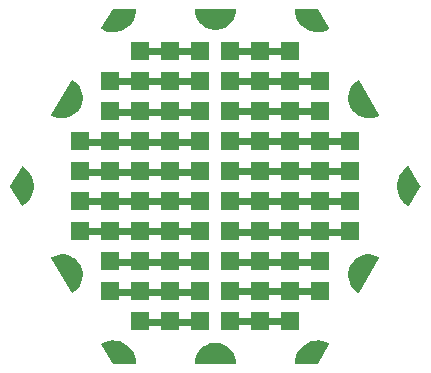
<source format=gbr>
G04 EAGLE Gerber RS-274X export*
G75*
%MOMM*%
%FSLAX34Y34*%
%LPD*%
%INBottom Copper*%
%IPPOS*%
%AMOC8*
5,1,8,0,0,1.08239X$1,22.5*%
G01*
%ADD10C,1.000000*%
%ADD11R,1.600000X1.600000*%
%ADD12C,0.609600*%

G36*
X363231Y195709D02*
X363231Y195709D01*
X363260Y195706D01*
X363327Y195728D01*
X363397Y195742D01*
X363421Y195759D01*
X363449Y195768D01*
X363502Y195815D01*
X363561Y195855D01*
X363577Y195879D01*
X363599Y195899D01*
X363630Y195963D01*
X363668Y196022D01*
X363673Y196051D01*
X363685Y196077D01*
X363694Y196177D01*
X363701Y196219D01*
X363698Y196229D01*
X363700Y196243D01*
X363468Y199041D01*
X363458Y199075D01*
X363454Y199123D01*
X362765Y201844D01*
X362750Y201876D01*
X362738Y201922D01*
X361610Y204494D01*
X361590Y204522D01*
X361571Y204566D01*
X360035Y206917D01*
X360011Y206941D01*
X359985Y206982D01*
X358083Y209047D01*
X358055Y209068D01*
X358022Y209103D01*
X355807Y210828D01*
X355776Y210843D01*
X355738Y210873D01*
X353268Y212209D01*
X353235Y212219D01*
X353193Y212242D01*
X352007Y212650D01*
X350553Y213149D01*
X350537Y213154D01*
X350503Y213159D01*
X350457Y213174D01*
X347688Y213636D01*
X347653Y213635D01*
X347606Y213643D01*
X344798Y213643D01*
X344764Y213636D01*
X344716Y213636D01*
X341947Y213174D01*
X341914Y213162D01*
X341867Y213154D01*
X339211Y212242D01*
X339181Y212225D01*
X339136Y212209D01*
X336666Y210873D01*
X336640Y210851D01*
X336597Y210828D01*
X334382Y209103D01*
X334359Y209077D01*
X334321Y209047D01*
X332419Y206982D01*
X332401Y206952D01*
X332369Y206917D01*
X330833Y204566D01*
X330820Y204534D01*
X330794Y204494D01*
X329666Y201922D01*
X329659Y201889D01*
X329656Y201882D01*
X329650Y201873D01*
X329649Y201867D01*
X329639Y201844D01*
X328950Y199123D01*
X328948Y199088D01*
X328936Y199041D01*
X328704Y196243D01*
X328708Y196214D01*
X328703Y196185D01*
X328720Y196116D01*
X328728Y196046D01*
X328742Y196020D01*
X328749Y195992D01*
X328791Y195935D01*
X328826Y195873D01*
X328850Y195855D01*
X328867Y195832D01*
X328928Y195796D01*
X328985Y195753D01*
X329013Y195745D01*
X329038Y195730D01*
X329136Y195714D01*
X329177Y195703D01*
X329188Y195705D01*
X329202Y195703D01*
X363202Y195703D01*
X363231Y195709D01*
G37*
G36*
X347640Y478768D02*
X347640Y478768D01*
X347688Y478768D01*
X350457Y479230D01*
X350490Y479242D01*
X350537Y479250D01*
X353193Y480162D01*
X353223Y480179D01*
X353268Y480195D01*
X355738Y481531D01*
X355764Y481553D01*
X355807Y481576D01*
X358022Y483301D01*
X358045Y483327D01*
X358083Y483357D01*
X359985Y485422D01*
X360003Y485452D01*
X360035Y485487D01*
X361571Y487838D01*
X361584Y487870D01*
X361610Y487910D01*
X362738Y490482D01*
X362745Y490515D01*
X362765Y490560D01*
X363454Y493281D01*
X363456Y493316D01*
X363468Y493363D01*
X363700Y496161D01*
X363696Y496190D01*
X363701Y496219D01*
X363685Y496288D01*
X363676Y496358D01*
X363662Y496384D01*
X363655Y496412D01*
X363613Y496469D01*
X363578Y496531D01*
X363554Y496549D01*
X363537Y496572D01*
X363476Y496608D01*
X363419Y496651D01*
X363391Y496659D01*
X363366Y496674D01*
X363268Y496690D01*
X363227Y496701D01*
X363216Y496699D01*
X363202Y496701D01*
X329202Y496701D01*
X329173Y496695D01*
X329144Y496698D01*
X329077Y496676D01*
X329007Y496662D01*
X328983Y496645D01*
X328955Y496636D01*
X328902Y496589D01*
X328843Y496549D01*
X328828Y496525D01*
X328806Y496505D01*
X328774Y496441D01*
X328736Y496382D01*
X328731Y496353D01*
X328719Y496327D01*
X328710Y496227D01*
X328703Y496185D01*
X328706Y496175D01*
X328704Y496161D01*
X328936Y493363D01*
X328946Y493329D01*
X328950Y493281D01*
X329639Y490560D01*
X329654Y490528D01*
X329666Y490482D01*
X330794Y487910D01*
X330814Y487882D01*
X330833Y487838D01*
X332369Y485487D01*
X332393Y485463D01*
X332419Y485422D01*
X334321Y483357D01*
X334349Y483336D01*
X334382Y483301D01*
X336597Y481576D01*
X336628Y481561D01*
X336666Y481531D01*
X339136Y480195D01*
X339169Y480185D01*
X339211Y480162D01*
X341867Y479250D01*
X341901Y479246D01*
X341947Y479230D01*
X344716Y478768D01*
X344751Y478769D01*
X344798Y478761D01*
X347606Y478761D01*
X347640Y478768D01*
G37*
G36*
X224809Y256012D02*
X224809Y256012D01*
X224880Y256009D01*
X224907Y256019D01*
X224936Y256021D01*
X225026Y256063D01*
X225066Y256078D01*
X225074Y256086D01*
X225087Y256092D01*
X227390Y257691D01*
X227414Y257717D01*
X227454Y257744D01*
X229463Y259701D01*
X229482Y259730D01*
X229517Y259763D01*
X231176Y262024D01*
X231191Y262055D01*
X231220Y262094D01*
X232484Y264597D01*
X232493Y264631D01*
X232515Y264674D01*
X233351Y267351D01*
X233354Y267385D01*
X233369Y267431D01*
X233752Y270210D01*
X233750Y270244D01*
X233756Y270292D01*
X233677Y273095D01*
X233669Y273129D01*
X233668Y273177D01*
X233129Y275929D01*
X233115Y275961D01*
X233106Y276009D01*
X232121Y278634D01*
X232106Y278659D01*
X232101Y278679D01*
X232093Y278690D01*
X232086Y278709D01*
X230682Y281137D01*
X230659Y281163D01*
X230635Y281205D01*
X228851Y283368D01*
X228824Y283390D01*
X228793Y283427D01*
X226677Y285268D01*
X226647Y285285D01*
X226611Y285317D01*
X224220Y286784D01*
X224188Y286795D01*
X224147Y286821D01*
X221548Y287874D01*
X221514Y287881D01*
X221469Y287899D01*
X218732Y288510D01*
X218697Y288511D01*
X218650Y288522D01*
X215850Y288674D01*
X215816Y288669D01*
X215768Y288672D01*
X212980Y288362D01*
X212947Y288351D01*
X212899Y288346D01*
X210201Y287581D01*
X210171Y287565D01*
X210124Y287552D01*
X207589Y286353D01*
X207565Y286336D01*
X207538Y286326D01*
X207486Y286277D01*
X207429Y286234D01*
X207415Y286209D01*
X207394Y286189D01*
X207365Y286124D01*
X207329Y286063D01*
X207326Y286034D01*
X207314Y286007D01*
X207313Y285936D01*
X207304Y285865D01*
X207312Y285837D01*
X207312Y285808D01*
X207346Y285715D01*
X207358Y285674D01*
X207365Y285665D01*
X207370Y285652D01*
X224370Y256252D01*
X224389Y256230D01*
X224402Y256204D01*
X224455Y256156D01*
X224502Y256103D01*
X224528Y256091D01*
X224550Y256071D01*
X224617Y256048D01*
X224681Y256018D01*
X224710Y256016D01*
X224738Y256007D01*
X224809Y256012D01*
G37*
G36*
X476588Y403735D02*
X476588Y403735D01*
X476636Y403732D01*
X479424Y404042D01*
X479457Y404053D01*
X479505Y404058D01*
X482203Y404823D01*
X482233Y404839D01*
X482280Y404852D01*
X484815Y406051D01*
X484839Y406068D01*
X484866Y406078D01*
X484918Y406127D01*
X484975Y406170D01*
X484989Y406195D01*
X485011Y406215D01*
X485039Y406280D01*
X485075Y406342D01*
X485078Y406370D01*
X485090Y406397D01*
X485091Y406468D01*
X485100Y406539D01*
X485092Y406567D01*
X485092Y406596D01*
X485058Y406689D01*
X485046Y406730D01*
X485039Y406739D01*
X485034Y406752D01*
X468034Y436152D01*
X468015Y436174D01*
X468002Y436200D01*
X467949Y436248D01*
X467902Y436301D01*
X467876Y436313D01*
X467854Y436333D01*
X467787Y436356D01*
X467723Y436386D01*
X467694Y436388D01*
X467666Y436397D01*
X467595Y436392D01*
X467524Y436395D01*
X467497Y436385D01*
X467468Y436383D01*
X467378Y436341D01*
X467338Y436326D01*
X467330Y436318D01*
X467317Y436312D01*
X465014Y434713D01*
X464990Y434688D01*
X464950Y434660D01*
X462941Y432703D01*
X462922Y432674D01*
X462887Y432641D01*
X461228Y430380D01*
X461213Y430349D01*
X461184Y430310D01*
X459920Y427807D01*
X459911Y427773D01*
X459889Y427730D01*
X459053Y425053D01*
X459050Y425019D01*
X459035Y424973D01*
X458652Y422194D01*
X458654Y422160D01*
X458648Y422112D01*
X458727Y419309D01*
X458735Y419275D01*
X458736Y419227D01*
X459275Y416475D01*
X459289Y416443D01*
X459298Y416395D01*
X460283Y413770D01*
X460301Y413740D01*
X460318Y413695D01*
X461722Y411267D01*
X461745Y411241D01*
X461769Y411200D01*
X463553Y409036D01*
X463580Y409014D01*
X463611Y408977D01*
X465727Y407136D01*
X465757Y407119D01*
X465793Y407088D01*
X468184Y405620D01*
X468216Y405609D01*
X468257Y405583D01*
X470856Y404530D01*
X470890Y404523D01*
X470935Y404505D01*
X473672Y403894D01*
X473707Y403893D01*
X473754Y403882D01*
X476554Y403730D01*
X476588Y403735D01*
G37*
G36*
X467628Y256013D02*
X467628Y256013D01*
X467699Y256012D01*
X467726Y256023D01*
X467755Y256027D01*
X467817Y256061D01*
X467882Y256089D01*
X467903Y256110D01*
X467928Y256124D01*
X467991Y256200D01*
X468021Y256231D01*
X468025Y256241D01*
X468034Y256252D01*
X485034Y285652D01*
X485043Y285680D01*
X485060Y285704D01*
X485075Y285773D01*
X485097Y285841D01*
X485095Y285870D01*
X485101Y285898D01*
X485088Y285968D01*
X485082Y286039D01*
X485069Y286065D01*
X485063Y286093D01*
X485023Y286152D01*
X484991Y286215D01*
X484968Y286234D01*
X484952Y286258D01*
X484870Y286315D01*
X484837Y286342D01*
X484827Y286345D01*
X484815Y286353D01*
X482280Y287552D01*
X482246Y287560D01*
X482203Y287581D01*
X479505Y288346D01*
X479470Y288348D01*
X479424Y288362D01*
X476636Y288672D01*
X476602Y288669D01*
X476554Y288674D01*
X473754Y288522D01*
X473720Y288513D01*
X473672Y288510D01*
X470935Y287899D01*
X470903Y287885D01*
X470856Y287874D01*
X468257Y286821D01*
X468228Y286802D01*
X468184Y286784D01*
X465793Y285317D01*
X465768Y285293D01*
X465727Y285268D01*
X463611Y283427D01*
X463590Y283400D01*
X463553Y283368D01*
X461769Y281205D01*
X461753Y281174D01*
X461722Y281137D01*
X460318Y278709D01*
X460307Y278676D01*
X460300Y278663D01*
X460290Y278649D01*
X460290Y278646D01*
X460283Y278634D01*
X459298Y276009D01*
X459292Y275974D01*
X459275Y275929D01*
X458736Y273177D01*
X458736Y273143D01*
X458727Y273095D01*
X458648Y270292D01*
X458654Y270258D01*
X458652Y270210D01*
X459035Y267431D01*
X459047Y267399D01*
X459053Y267351D01*
X459889Y264674D01*
X459906Y264643D01*
X459920Y264597D01*
X461184Y262094D01*
X461206Y262067D01*
X461228Y262024D01*
X462887Y259763D01*
X462913Y259740D01*
X462941Y259701D01*
X464950Y257744D01*
X464979Y257725D01*
X465014Y257691D01*
X467317Y256092D01*
X467344Y256080D01*
X467367Y256062D01*
X467435Y256041D01*
X467500Y256013D01*
X467529Y256013D01*
X467557Y256005D01*
X467628Y256013D01*
G37*
G36*
X218650Y403882D02*
X218650Y403882D01*
X218684Y403891D01*
X218732Y403894D01*
X221469Y404505D01*
X221501Y404519D01*
X221548Y404530D01*
X224147Y405583D01*
X224176Y405602D01*
X224220Y405620D01*
X226611Y407088D01*
X226636Y407111D01*
X226677Y407136D01*
X228793Y408977D01*
X228814Y409004D01*
X228851Y409036D01*
X230635Y411200D01*
X230651Y411230D01*
X230682Y411267D01*
X232086Y413695D01*
X232097Y413728D01*
X232121Y413770D01*
X233106Y416395D01*
X233112Y416430D01*
X233129Y416475D01*
X233668Y419227D01*
X233668Y419262D01*
X233677Y419309D01*
X233756Y422112D01*
X233751Y422146D01*
X233752Y422194D01*
X233369Y424973D01*
X233357Y425005D01*
X233351Y425053D01*
X232515Y427730D01*
X232498Y427761D01*
X232484Y427807D01*
X231220Y430310D01*
X231198Y430337D01*
X231176Y430380D01*
X229517Y432641D01*
X229491Y432664D01*
X229463Y432703D01*
X227454Y434660D01*
X227425Y434679D01*
X227390Y434713D01*
X225087Y436312D01*
X225060Y436324D01*
X225037Y436342D01*
X224969Y436363D01*
X224904Y436391D01*
X224875Y436391D01*
X224847Y436399D01*
X224776Y436391D01*
X224705Y436392D01*
X224678Y436381D01*
X224649Y436377D01*
X224587Y436343D01*
X224522Y436315D01*
X224501Y436294D01*
X224476Y436280D01*
X224413Y436204D01*
X224383Y436173D01*
X224379Y436163D01*
X224370Y436152D01*
X207370Y406752D01*
X207361Y406724D01*
X207344Y406700D01*
X207329Y406631D01*
X207307Y406563D01*
X207309Y406534D01*
X207303Y406506D01*
X207316Y406436D01*
X207322Y406365D01*
X207335Y406339D01*
X207341Y406311D01*
X207381Y406252D01*
X207413Y406189D01*
X207436Y406170D01*
X207452Y406146D01*
X207534Y406089D01*
X207567Y406062D01*
X207577Y406059D01*
X207589Y406051D01*
X210124Y404852D01*
X210158Y404844D01*
X210201Y404823D01*
X212899Y404058D01*
X212934Y404056D01*
X212980Y404042D01*
X215768Y403732D01*
X215802Y403735D01*
X215850Y403730D01*
X218650Y403882D01*
G37*
G36*
X509929Y329213D02*
X509929Y329213D01*
X510000Y329213D01*
X510027Y329224D01*
X510056Y329227D01*
X510118Y329262D01*
X510183Y329290D01*
X510204Y329310D01*
X510229Y329325D01*
X510292Y329402D01*
X510322Y329432D01*
X510326Y329442D01*
X510335Y329453D01*
X519835Y345953D01*
X519845Y345985D01*
X519854Y345998D01*
X519858Y346022D01*
X519859Y346026D01*
X519890Y346096D01*
X519890Y346120D01*
X519898Y346142D01*
X519892Y346218D01*
X519893Y346295D01*
X519883Y346319D01*
X519882Y346340D01*
X519861Y346379D01*
X519835Y346451D01*
X510335Y362951D01*
X510316Y362973D01*
X510303Y362999D01*
X510250Y363047D01*
X510203Y363100D01*
X510177Y363113D01*
X510156Y363132D01*
X510088Y363155D01*
X510024Y363186D01*
X509995Y363188D01*
X509968Y363197D01*
X509896Y363192D01*
X509825Y363195D01*
X509798Y363185D01*
X509769Y363183D01*
X509679Y363141D01*
X509639Y363126D01*
X509631Y363119D01*
X509618Y363113D01*
X507095Y361371D01*
X507071Y361347D01*
X507033Y361320D01*
X504821Y359196D01*
X504802Y359168D01*
X504768Y359136D01*
X502926Y356685D01*
X502912Y356654D01*
X502883Y356617D01*
X501458Y353902D01*
X501449Y353871D01*
X501433Y353846D01*
X501432Y353838D01*
X501427Y353828D01*
X500456Y350920D01*
X500452Y350886D01*
X500437Y350842D01*
X499945Y347815D01*
X499946Y347781D01*
X499938Y347735D01*
X499938Y344669D01*
X499939Y344665D01*
X499939Y344663D01*
X499945Y344636D01*
X499945Y344589D01*
X500437Y341562D01*
X500449Y341531D01*
X500456Y341484D01*
X501427Y338576D01*
X501444Y338547D01*
X501458Y338502D01*
X502883Y335787D01*
X502905Y335761D01*
X502926Y335719D01*
X504768Y333268D01*
X504793Y333245D01*
X504821Y333208D01*
X507033Y331084D01*
X507061Y331066D01*
X507095Y331033D01*
X509618Y329291D01*
X509645Y329280D01*
X509667Y329261D01*
X509736Y329241D01*
X509801Y329213D01*
X509830Y329213D01*
X509858Y329205D01*
X509929Y329213D01*
G37*
G36*
X182508Y329212D02*
X182508Y329212D01*
X182579Y329209D01*
X182606Y329219D01*
X182635Y329221D01*
X182725Y329263D01*
X182765Y329278D01*
X182773Y329285D01*
X182786Y329291D01*
X185309Y331033D01*
X185333Y331057D01*
X185371Y331084D01*
X187583Y333208D01*
X187602Y333236D01*
X187636Y333268D01*
X189478Y335719D01*
X189492Y335750D01*
X189521Y335787D01*
X190946Y338502D01*
X190955Y338535D01*
X190977Y338576D01*
X191948Y341484D01*
X191952Y341518D01*
X191967Y341562D01*
X192459Y344589D01*
X192458Y344623D01*
X192466Y344669D01*
X192466Y347735D01*
X192459Y347768D01*
X192459Y347815D01*
X191967Y350842D01*
X191955Y350873D01*
X191948Y350920D01*
X190977Y353828D01*
X190964Y353851D01*
X190958Y353876D01*
X190951Y353885D01*
X190946Y353902D01*
X189521Y356617D01*
X189499Y356643D01*
X189478Y356685D01*
X187636Y359136D01*
X187611Y359159D01*
X187583Y359196D01*
X185371Y361320D01*
X185343Y361338D01*
X185309Y361371D01*
X182786Y363113D01*
X182759Y363124D01*
X182737Y363143D01*
X182668Y363163D01*
X182603Y363191D01*
X182574Y363191D01*
X182546Y363199D01*
X182475Y363191D01*
X182404Y363192D01*
X182377Y363180D01*
X182348Y363177D01*
X182286Y363142D01*
X182221Y363114D01*
X182200Y363094D01*
X182175Y363079D01*
X182112Y363002D01*
X182082Y362972D01*
X182078Y362962D01*
X182069Y362951D01*
X172569Y346451D01*
X172545Y346378D01*
X172514Y346308D01*
X172514Y346284D01*
X172506Y346262D01*
X172513Y346186D01*
X172512Y346109D01*
X172521Y346085D01*
X172522Y346064D01*
X172543Y346025D01*
X172562Y345973D01*
X172563Y345967D01*
X172565Y345965D01*
X172569Y345953D01*
X182069Y329453D01*
X182088Y329431D01*
X182101Y329405D01*
X182154Y329357D01*
X182201Y329304D01*
X182227Y329291D01*
X182249Y329272D01*
X182316Y329249D01*
X182380Y329218D01*
X182409Y329217D01*
X182436Y329207D01*
X182508Y329212D01*
G37*
G36*
X432878Y195718D02*
X432878Y195718D01*
X432956Y195727D01*
X432975Y195738D01*
X432997Y195742D01*
X433061Y195786D01*
X433129Y195825D01*
X433145Y195844D01*
X433161Y195855D01*
X433185Y195893D01*
X433235Y195953D01*
X442735Y212453D01*
X442744Y212480D01*
X442760Y212504D01*
X442775Y212574D01*
X442798Y212642D01*
X442795Y212670D01*
X442801Y212698D01*
X442788Y212769D01*
X442782Y212840D01*
X442769Y212865D01*
X442763Y212893D01*
X442723Y212953D01*
X442690Y213016D01*
X442668Y213034D01*
X442652Y213058D01*
X442569Y213116D01*
X442537Y213143D01*
X442526Y213146D01*
X442516Y213153D01*
X439750Y214462D01*
X439717Y214470D01*
X439674Y214490D01*
X436734Y215338D01*
X436700Y215341D01*
X436656Y215354D01*
X433618Y215719D01*
X433584Y215716D01*
X433537Y215722D01*
X430480Y215595D01*
X430447Y215587D01*
X430400Y215586D01*
X427403Y214970D01*
X427372Y214957D01*
X427326Y214948D01*
X424466Y213859D01*
X424438Y213841D01*
X424394Y213825D01*
X421746Y212291D01*
X421720Y212269D01*
X421680Y212246D01*
X419312Y210308D01*
X419290Y210281D01*
X419254Y210252D01*
X417227Y207959D01*
X417211Y207930D01*
X417179Y207895D01*
X415547Y205307D01*
X415535Y205275D01*
X415510Y205236D01*
X414314Y202419D01*
X414307Y202386D01*
X414304Y202379D01*
X414300Y202373D01*
X414299Y202367D01*
X414288Y202343D01*
X413560Y199371D01*
X413558Y199337D01*
X413547Y199292D01*
X413304Y196242D01*
X413308Y196213D01*
X413303Y196185D01*
X413320Y196116D01*
X413328Y196044D01*
X413343Y196020D01*
X413349Y195992D01*
X413392Y195934D01*
X413428Y195872D01*
X413450Y195855D01*
X413467Y195832D01*
X413529Y195795D01*
X413586Y195752D01*
X413614Y195745D01*
X413638Y195730D01*
X413738Y195714D01*
X413779Y195703D01*
X413789Y195705D01*
X413802Y195703D01*
X432802Y195703D01*
X432878Y195718D01*
G37*
G36*
X433571Y476687D02*
X433571Y476687D01*
X433618Y476685D01*
X436656Y477050D01*
X436688Y477061D01*
X436734Y477066D01*
X439674Y477914D01*
X439704Y477930D01*
X439750Y477942D01*
X442516Y479251D01*
X442538Y479268D01*
X442565Y479278D01*
X442617Y479327D01*
X442675Y479370D01*
X442689Y479395D01*
X442710Y479414D01*
X442739Y479480D01*
X442775Y479542D01*
X442778Y479570D01*
X442790Y479596D01*
X442791Y479668D01*
X442800Y479739D01*
X442792Y479766D01*
X442793Y479795D01*
X442757Y479890D01*
X442746Y479930D01*
X442739Y479939D01*
X442735Y479951D01*
X433235Y496451D01*
X433183Y496510D01*
X433137Y496572D01*
X433118Y496583D01*
X433103Y496600D01*
X433033Y496634D01*
X432966Y496674D01*
X432942Y496678D01*
X432924Y496686D01*
X432879Y496688D01*
X432802Y496701D01*
X413802Y496701D01*
X413774Y496696D01*
X413746Y496698D01*
X413678Y496676D01*
X413607Y496662D01*
X413584Y496646D01*
X413557Y496637D01*
X413502Y496590D01*
X413443Y496549D01*
X413428Y496525D01*
X413407Y496507D01*
X413375Y496442D01*
X413336Y496382D01*
X413331Y496354D01*
X413319Y496328D01*
X413310Y496227D01*
X413303Y496185D01*
X413305Y496175D01*
X413304Y496162D01*
X413547Y493112D01*
X413556Y493080D01*
X413560Y493033D01*
X414288Y490061D01*
X414303Y490030D01*
X414314Y489985D01*
X415510Y487168D01*
X415529Y487140D01*
X415547Y487097D01*
X417179Y484509D01*
X417203Y484485D01*
X417227Y484445D01*
X419254Y482152D01*
X419281Y482132D01*
X419312Y482096D01*
X421680Y480158D01*
X421710Y480142D01*
X421746Y480113D01*
X424394Y478580D01*
X424426Y478569D01*
X424466Y478545D01*
X427326Y477457D01*
X427359Y477451D01*
X427403Y477434D01*
X430400Y476818D01*
X430434Y476818D01*
X430480Y476809D01*
X433537Y476682D01*
X433571Y476687D01*
G37*
G36*
X278630Y195708D02*
X278630Y195708D01*
X278658Y195706D01*
X278726Y195728D01*
X278797Y195742D01*
X278820Y195758D01*
X278847Y195767D01*
X278902Y195814D01*
X278961Y195855D01*
X278976Y195879D01*
X278998Y195897D01*
X279029Y195962D01*
X279068Y196022D01*
X279073Y196050D01*
X279085Y196076D01*
X279094Y196177D01*
X279101Y196219D01*
X279099Y196229D01*
X279100Y196242D01*
X278857Y199292D01*
X278848Y199324D01*
X278844Y199371D01*
X278116Y202343D01*
X278101Y202374D01*
X278090Y202419D01*
X276894Y205236D01*
X276875Y205264D01*
X276857Y205307D01*
X275225Y207895D01*
X275201Y207919D01*
X275177Y207959D01*
X273150Y210252D01*
X273123Y210272D01*
X273092Y210308D01*
X270725Y212246D01*
X270694Y212262D01*
X270658Y212291D01*
X268010Y213825D01*
X267978Y213835D01*
X267938Y213859D01*
X265078Y214948D01*
X265045Y214953D01*
X265001Y214970D01*
X262004Y215586D01*
X261970Y215586D01*
X261924Y215595D01*
X258867Y215722D01*
X258833Y215717D01*
X258786Y215719D01*
X255748Y215354D01*
X255716Y215343D01*
X255670Y215338D01*
X252730Y214490D01*
X252700Y214474D01*
X252655Y214462D01*
X249889Y213153D01*
X249866Y213136D01*
X249839Y213126D01*
X249787Y213077D01*
X249729Y213034D01*
X249715Y213009D01*
X249694Y212990D01*
X249665Y212924D01*
X249629Y212862D01*
X249626Y212834D01*
X249614Y212808D01*
X249613Y212736D01*
X249604Y212665D01*
X249612Y212638D01*
X249612Y212609D01*
X249647Y212514D01*
X249658Y212474D01*
X249665Y212465D01*
X249669Y212453D01*
X259169Y195953D01*
X259221Y195895D01*
X259267Y195832D01*
X259286Y195821D01*
X259301Y195804D01*
X259371Y195770D01*
X259438Y195730D01*
X259463Y195726D01*
X259480Y195718D01*
X259525Y195716D01*
X259602Y195703D01*
X278602Y195703D01*
X278630Y195708D01*
G37*
G36*
X261924Y476809D02*
X261924Y476809D01*
X261957Y476817D01*
X262004Y476818D01*
X265001Y477434D01*
X265032Y477447D01*
X265078Y477457D01*
X267938Y478545D01*
X267967Y478563D01*
X268010Y478580D01*
X270658Y480113D01*
X270684Y480135D01*
X270725Y480158D01*
X273092Y482096D01*
X273114Y482123D01*
X273150Y482152D01*
X275177Y484445D01*
X275194Y484474D01*
X275225Y484509D01*
X276857Y487097D01*
X276869Y487129D01*
X276894Y487168D01*
X278090Y489985D01*
X278097Y490018D01*
X278116Y490061D01*
X278844Y493033D01*
X278846Y493067D01*
X278857Y493112D01*
X279100Y496162D01*
X279096Y496191D01*
X279101Y496219D01*
X279084Y496288D01*
X279076Y496360D01*
X279062Y496384D01*
X279055Y496412D01*
X279012Y496470D01*
X278977Y496532D01*
X278954Y496549D01*
X278937Y496572D01*
X278875Y496609D01*
X278818Y496652D01*
X278790Y496659D01*
X278766Y496674D01*
X278666Y496690D01*
X278625Y496701D01*
X278615Y496699D01*
X278602Y496701D01*
X259602Y496701D01*
X259526Y496686D01*
X259448Y496677D01*
X259429Y496666D01*
X259407Y496662D01*
X259343Y496618D01*
X259275Y496579D01*
X259259Y496560D01*
X259243Y496549D01*
X259219Y496511D01*
X259169Y496451D01*
X249669Y479951D01*
X249660Y479924D01*
X249644Y479900D01*
X249629Y479830D01*
X249606Y479762D01*
X249609Y479734D01*
X249603Y479706D01*
X249617Y479636D01*
X249622Y479564D01*
X249635Y479539D01*
X249641Y479511D01*
X249681Y479451D01*
X249714Y479388D01*
X249736Y479370D01*
X249752Y479346D01*
X249835Y479288D01*
X249867Y479261D01*
X249878Y479258D01*
X249889Y479251D01*
X252655Y477942D01*
X252688Y477934D01*
X252730Y477914D01*
X255670Y477066D01*
X255704Y477063D01*
X255748Y477050D01*
X258786Y476685D01*
X258820Y476688D01*
X258867Y476682D01*
X261924Y476809D01*
G37*
D10*
X428802Y489302D03*
X511402Y346202D03*
X428802Y203102D03*
X263602Y203102D03*
X181002Y346202D03*
X263602Y489302D03*
X470102Y417702D03*
X470102Y274702D03*
X346202Y203102D03*
X222302Y274702D03*
X222302Y417702D03*
X346202Y489302D03*
D11*
X333502Y358902D03*
X333502Y333502D03*
X358902Y358902D03*
X358902Y333502D03*
X308102Y333502D03*
X282702Y333502D03*
X257302Y333502D03*
X231902Y333502D03*
X231902Y358902D03*
X257302Y358902D03*
X282702Y358902D03*
X308102Y358902D03*
X384302Y358902D03*
X409702Y358902D03*
X435102Y358902D03*
X460502Y358902D03*
X460502Y333502D03*
X435102Y333502D03*
X409702Y333502D03*
X384302Y333502D03*
X282702Y384302D03*
X257302Y384302D03*
X308102Y384302D03*
X333502Y384302D03*
X358902Y384302D03*
X384302Y384302D03*
X409702Y384302D03*
X435102Y384302D03*
X257302Y308102D03*
X282702Y308102D03*
X308102Y308102D03*
X333502Y308102D03*
X358902Y308102D03*
X384302Y308102D03*
X409702Y308102D03*
X435102Y308102D03*
X282702Y282702D03*
X308102Y282702D03*
X333502Y282702D03*
X358902Y282702D03*
X384302Y282702D03*
X409702Y282702D03*
X282702Y409702D03*
X308102Y409702D03*
X333502Y409702D03*
X358902Y409702D03*
X384302Y409702D03*
X409702Y409702D03*
X409702Y435102D03*
X384302Y435102D03*
X358902Y435102D03*
X333502Y435102D03*
X308102Y435102D03*
X282702Y435102D03*
X282702Y460502D03*
X308102Y460502D03*
X333502Y460502D03*
X358902Y460502D03*
X384302Y460502D03*
X409702Y460502D03*
X257302Y409702D03*
X435102Y409702D03*
X435102Y435102D03*
X257302Y435102D03*
X257302Y282702D03*
X257302Y257302D03*
X282702Y257302D03*
X308102Y257302D03*
X333502Y257302D03*
X358902Y257302D03*
X384302Y257302D03*
X409702Y257302D03*
X435102Y257302D03*
X435102Y282702D03*
X409702Y231902D03*
X384302Y231902D03*
X358902Y231902D03*
X333502Y231902D03*
X308102Y231902D03*
X282702Y231902D03*
X231902Y308102D03*
X231902Y384302D03*
X460502Y384302D03*
X460502Y308102D03*
D12*
X334010Y461010D02*
X283210Y461010D01*
X256540Y435610D02*
X334010Y435610D01*
X334010Y408940D02*
X256540Y408940D01*
X231140Y383540D02*
X334010Y383540D01*
X334010Y358140D02*
X231140Y358140D01*
X231140Y334010D02*
X334010Y334010D01*
X334010Y308610D02*
X231140Y308610D01*
X257810Y281940D02*
X334010Y281940D01*
X334010Y256540D02*
X256540Y256540D01*
X281940Y231140D02*
X332740Y231140D01*
X358140Y232410D02*
X410210Y232410D01*
X435610Y257810D02*
X359410Y257810D01*
X358140Y281940D02*
X435610Y281940D01*
X459740Y307340D02*
X358140Y307340D01*
X459740Y307340D02*
X461010Y308610D01*
X360680Y334010D02*
X359410Y332740D01*
X360680Y334010D02*
X461010Y334010D01*
X461010Y359410D02*
X358140Y359410D01*
X459740Y384810D02*
X461010Y386080D01*
X459740Y384810D02*
X358140Y384810D01*
X358140Y410210D02*
X435610Y410210D01*
X435610Y435610D02*
X358140Y435610D01*
X358140Y461010D02*
X408940Y461010D01*
M02*

</source>
